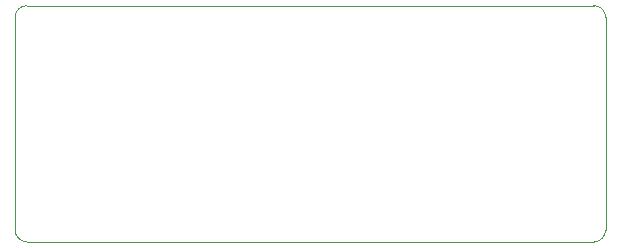
<source format=gbr>
%TF.GenerationSoftware,KiCad,Pcbnew,(6.0.7)*%
%TF.CreationDate,2022-09-06T17:23:02+02:00*%
%TF.ProjectId,bmp22,626d7032-322e-46b6-9963-61645f706362,rev?*%
%TF.SameCoordinates,Original*%
%TF.FileFunction,Profile,NP*%
%FSLAX46Y46*%
G04 Gerber Fmt 4.6, Leading zero omitted, Abs format (unit mm)*
G04 Created by KiCad (PCBNEW (6.0.7)) date 2022-09-06 17:23:02*
%MOMM*%
%LPD*%
G01*
G04 APERTURE LIST*
%TA.AperFunction,Profile*%
%ADD10C,0.050000*%
%TD*%
G04 APERTURE END LIST*
D10*
X120000000Y-121000000D02*
X120000000Y-139000000D01*
X169000000Y-140000000D02*
G75*
G03*
X170000000Y-139000000I0J1000000D01*
G01*
X170000000Y-121000000D02*
G75*
G03*
X169000000Y-120000000I-1000000J0D01*
G01*
X169000000Y-120000000D02*
X121000000Y-120000000D01*
X170000000Y-139000000D02*
X170000000Y-121000000D01*
X121000000Y-140000000D02*
X169000000Y-140000000D01*
X121000000Y-120000000D02*
G75*
G03*
X120000000Y-121000000I0J-1000000D01*
G01*
X120000000Y-139000000D02*
G75*
G03*
X121000000Y-140000000I1000000J0D01*
G01*
M02*

</source>
